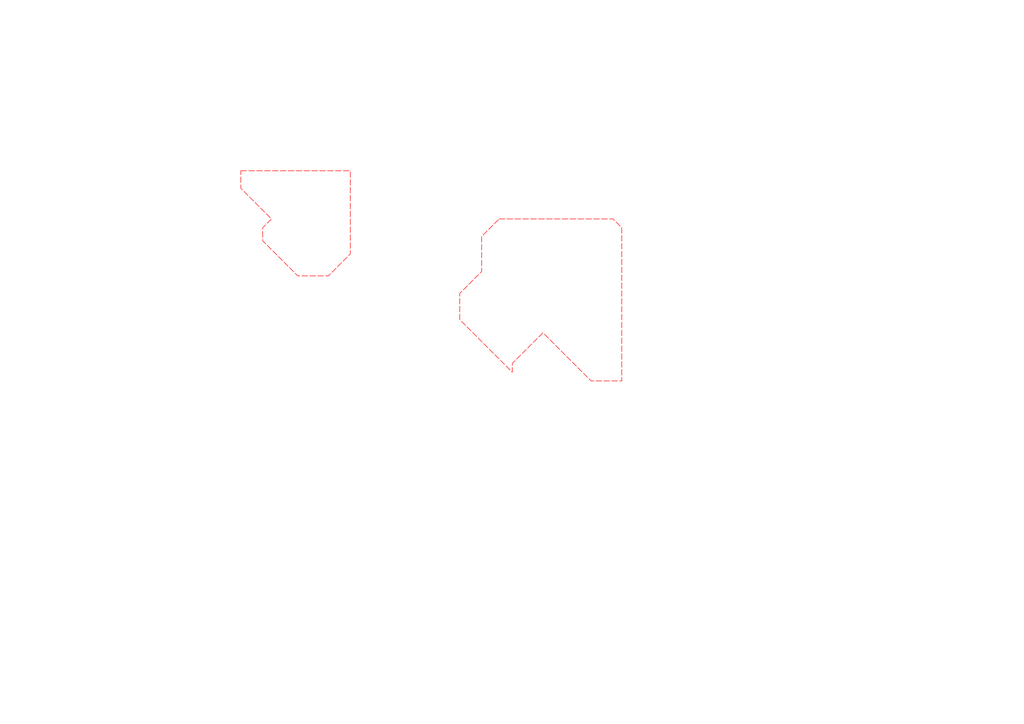
<source format=kicad_sch>
(kicad_sch
	(version 20240417)
	(generator "eeschema")
	(generator_version "8.99")
	(uuid "e77939c4-758d-4d0c-a6e5-dc441c8c54c9")
	(paper "A4")
	(lib_symbols)
	(rule_area
		(polyline
			(pts
				(xy 144.78 63.5) (xy 177.8 63.5) (xy 180.34 66.04) (xy 180.34 110.49) (xy 171.45 110.49) (xy 157.48 96.52)
				(xy 148.59 105.41) (xy 148.59 107.95) (xy 133.35 92.71) (xy 133.35 85.09) (xy 139.7 78.74) (xy 139.7 68.58)
			)
			(stroke
				(width 0)
				(type dash)
			)
			(fill
				(type none)
			)
			(uuid 4f0aecc0-f3b3-4645-a47e-6a29fb5ff671)
		)
	)
	(rule_area
		(polyline
			(pts
				(xy 69.85 49.53) (xy 101.6 49.53) (xy 101.6 73.66) (xy 95.25 80.01) (xy 86.36 80.01) (xy 76.2 69.85)
				(xy 76.2 66.04) (xy 78.74 63.5) (xy 69.85 54.61)
			)
			(stroke
				(width 0)
				(type dash)
			)
			(fill
				(type none)
			)
			(uuid 839de646-0221-4c81-b248-242a273d8ed3)
		)
	)
	(sheet_instances
		(path "/"
			(page "1")
		)
	)
)

</source>
